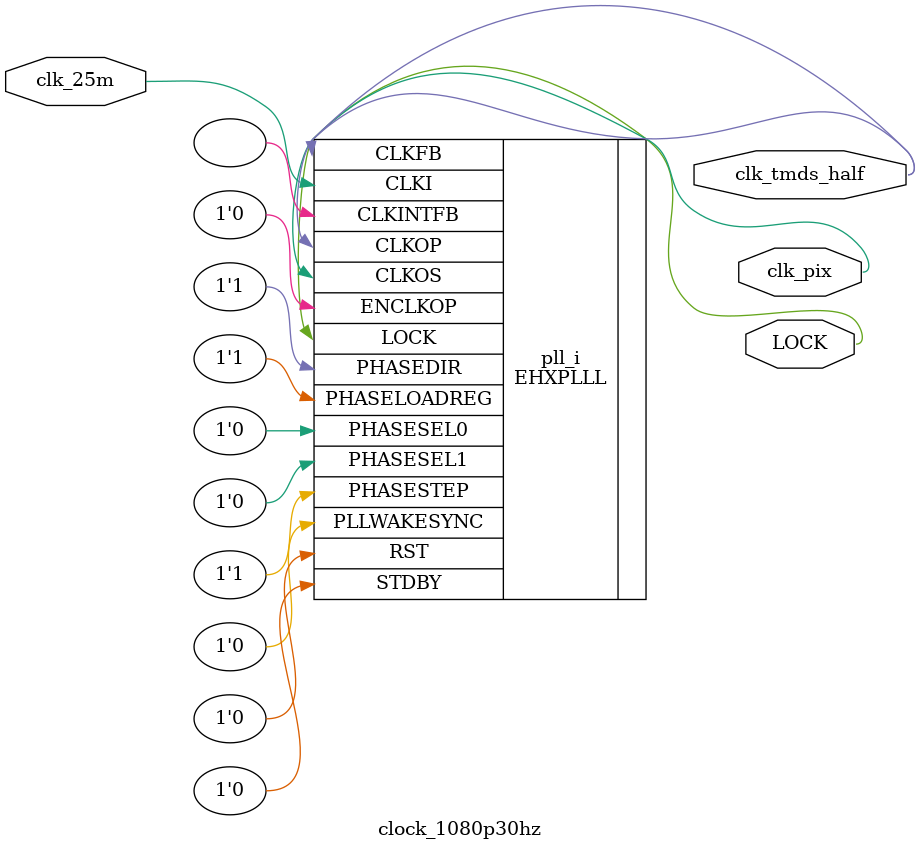
<source format=v>
module clock_1080p30hz
(
    input clk_25m, // 25 MHz, 0 deg
    output clk_tmds_half, // 400 MHz, 0 deg
    output clk_pix, // 80 MHz, 0 deg
    output LOCK
);
(* FREQUENCY_PIN_CLKI="25" *)
(* FREQUENCY_PIN_CLKOP="400" *)
(* FREQUENCY_PIN_CLKOS="80" *)
(* ICP_CURRENT="12" *) (* LPF_RESISTOR="8" *) (* MFG_ENABLE_FILTEROPAMP="1" *) (* MFG_GMCREF_SEL="2" *)
EHXPLLL #(
        .PLLRST_ENA("DISABLED"),
        .INTFB_WAKE("DISABLED"),
        .STDBY_ENABLE("DISABLED"),
        .DPHASE_SOURCE("DISABLED"),
        .OUTDIVIDER_MUXA("DIVA"),
        .OUTDIVIDER_MUXB("DIVB"),
        .OUTDIVIDER_MUXC("DIVC"),
        .OUTDIVIDER_MUXD("DIVD"),
        .CLKI_DIV(1),
        .CLKOP_ENABLE("ENABLED"),
        .CLKOP_DIV(1),
        .CLKOP_CPHASE(0),
        .CLKOP_FPHASE(0),
        .CLKOS_ENABLE("ENABLED"),
        .CLKOS_DIV(5),
        .CLKOS_CPHASE(0),
        .CLKOS_FPHASE(0),
        .FEEDBK_PATH("CLKOP"),
        .CLKFB_DIV(16)
    ) pll_i (
        .RST(1'b0),
        .STDBY(1'b0),
        .CLKI(clk_25m),
        .CLKOP(clk_tmds_half),
        .CLKOS(clk_pix),
        .CLKFB(clk_tmds_half),
        .CLKINTFB(),
        .PHASESEL0(1'b0),
        .PHASESEL1(1'b0),
        .PHASEDIR(1'b1),
        .PHASESTEP(1'b1),
        .PHASELOADREG(1'b1),
        .PLLWAKESYNC(1'b0),
        .ENCLKOP(1'b0),
        .LOCK(LOCK)
	);
endmodule

</source>
